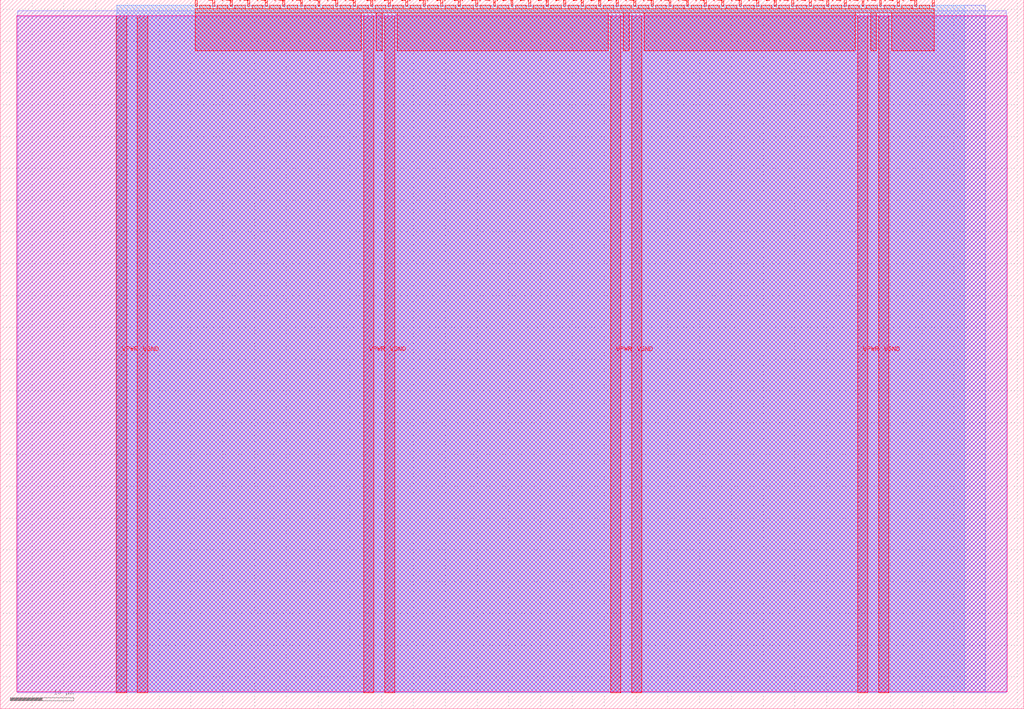
<source format=lef>
VERSION 5.7 ;
  NOWIREEXTENSIONATPIN ON ;
  DIVIDERCHAR "/" ;
  BUSBITCHARS "[]" ;
MACRO tt_um_algofoogle_tt09_ring_osc3
  CLASS BLOCK ;
  FOREIGN tt_um_algofoogle_tt09_ring_osc3 ;
  ORIGIN 0.000 0.000 ;
  SIZE 161.000 BY 111.520 ;
  PIN VGND
    DIRECTION INOUT ;
    USE GROUND ;
    PORT
      LAYER met4 ;
        RECT 21.580 2.480 23.180 109.040 ;
    END
    PORT
      LAYER met4 ;
        RECT 60.450 2.480 62.050 109.040 ;
    END
    PORT
      LAYER met4 ;
        RECT 99.320 2.480 100.920 109.040 ;
    END
    PORT
      LAYER met4 ;
        RECT 138.190 2.480 139.790 109.040 ;
    END
  END VGND
  PIN VPWR
    DIRECTION INOUT ;
    USE POWER ;
    PORT
      LAYER met4 ;
        RECT 18.280 2.480 19.880 109.040 ;
    END
    PORT
      LAYER met4 ;
        RECT 57.150 2.480 58.750 109.040 ;
    END
    PORT
      LAYER met4 ;
        RECT 96.020 2.480 97.620 109.040 ;
    END
    PORT
      LAYER met4 ;
        RECT 134.890 2.480 136.490 109.040 ;
    END
  END VPWR
  PIN clk
    DIRECTION INPUT ;
    USE SIGNAL ;
    PORT
      LAYER met4 ;
        RECT 143.830 110.520 144.130 111.520 ;
    END
  END clk
  PIN ena
    DIRECTION INPUT ;
    USE SIGNAL ;
    ANTENNAGATEAREA 0.196500 ;
    PORT
      LAYER met4 ;
        RECT 146.590 110.520 146.890 111.520 ;
    END
  END ena
  PIN rst_n
    DIRECTION INPUT ;
    USE SIGNAL ;
    ANTENNAGATEAREA 0.196500 ;
    PORT
      LAYER met4 ;
        RECT 141.070 110.520 141.370 111.520 ;
    END
  END rst_n
  PIN ui_in[0]
    DIRECTION INPUT ;
    USE SIGNAL ;
    ANTENNAGATEAREA 0.213000 ;
    PORT
      LAYER met4 ;
        RECT 138.310 110.520 138.610 111.520 ;
    END
  END ui_in[0]
  PIN ui_in[1]
    DIRECTION INPUT ;
    USE SIGNAL ;
    ANTENNAGATEAREA 0.213000 ;
    PORT
      LAYER met4 ;
        RECT 135.550 110.520 135.850 111.520 ;
    END
  END ui_in[1]
  PIN ui_in[2]
    DIRECTION INPUT ;
    USE SIGNAL ;
    ANTENNAGATEAREA 0.213000 ;
    PORT
      LAYER met4 ;
        RECT 132.790 110.520 133.090 111.520 ;
    END
  END ui_in[2]
  PIN ui_in[3]
    DIRECTION INPUT ;
    USE SIGNAL ;
    ANTENNAGATEAREA 0.196500 ;
    PORT
      LAYER met4 ;
        RECT 130.030 110.520 130.330 111.520 ;
    END
  END ui_in[3]
  PIN ui_in[4]
    DIRECTION INPUT ;
    USE SIGNAL ;
    ANTENNAGATEAREA 0.196500 ;
    PORT
      LAYER met4 ;
        RECT 127.270 110.520 127.570 111.520 ;
    END
  END ui_in[4]
  PIN ui_in[5]
    DIRECTION INPUT ;
    USE SIGNAL ;
    ANTENNAGATEAREA 0.196500 ;
    PORT
      LAYER met4 ;
        RECT 124.510 110.520 124.810 111.520 ;
    END
  END ui_in[5]
  PIN ui_in[6]
    DIRECTION INPUT ;
    USE SIGNAL ;
    ANTENNAGATEAREA 0.196500 ;
    PORT
      LAYER met4 ;
        RECT 121.750 110.520 122.050 111.520 ;
    END
  END ui_in[6]
  PIN ui_in[7]
    DIRECTION INPUT ;
    USE SIGNAL ;
    ANTENNAGATEAREA 0.196500 ;
    PORT
      LAYER met4 ;
        RECT 118.990 110.520 119.290 111.520 ;
    END
  END ui_in[7]
  PIN uio_in[0]
    DIRECTION INPUT ;
    USE SIGNAL ;
    ANTENNAGATEAREA 0.196500 ;
    PORT
      LAYER met4 ;
        RECT 116.230 110.520 116.530 111.520 ;
    END
  END uio_in[0]
  PIN uio_in[1]
    DIRECTION INPUT ;
    USE SIGNAL ;
    ANTENNAGATEAREA 0.196500 ;
    PORT
      LAYER met4 ;
        RECT 113.470 110.520 113.770 111.520 ;
    END
  END uio_in[1]
  PIN uio_in[2]
    DIRECTION INPUT ;
    USE SIGNAL ;
    ANTENNAGATEAREA 0.196500 ;
    PORT
      LAYER met4 ;
        RECT 110.710 110.520 111.010 111.520 ;
    END
  END uio_in[2]
  PIN uio_in[3]
    DIRECTION INPUT ;
    USE SIGNAL ;
    ANTENNAGATEAREA 0.196500 ;
    PORT
      LAYER met4 ;
        RECT 107.950 110.520 108.250 111.520 ;
    END
  END uio_in[3]
  PIN uio_in[4]
    DIRECTION INPUT ;
    USE SIGNAL ;
    ANTENNAGATEAREA 0.196500 ;
    PORT
      LAYER met4 ;
        RECT 105.190 110.520 105.490 111.520 ;
    END
  END uio_in[4]
  PIN uio_in[5]
    DIRECTION INPUT ;
    USE SIGNAL ;
    ANTENNAGATEAREA 0.196500 ;
    PORT
      LAYER met4 ;
        RECT 102.430 110.520 102.730 111.520 ;
    END
  END uio_in[5]
  PIN uio_in[6]
    DIRECTION INPUT ;
    USE SIGNAL ;
    ANTENNAGATEAREA 0.196500 ;
    PORT
      LAYER met4 ;
        RECT 99.670 110.520 99.970 111.520 ;
    END
  END uio_in[6]
  PIN uio_in[7]
    DIRECTION INPUT ;
    USE SIGNAL ;
    ANTENNAGATEAREA 0.196500 ;
    PORT
      LAYER met4 ;
        RECT 96.910 110.520 97.210 111.520 ;
    END
  END uio_in[7]
  PIN uio_oe[0]
    DIRECTION OUTPUT ;
    USE SIGNAL ;
    PORT
      LAYER met4 ;
        RECT 49.990 110.520 50.290 111.520 ;
    END
  END uio_oe[0]
  PIN uio_oe[1]
    DIRECTION OUTPUT ;
    USE SIGNAL ;
    PORT
      LAYER met4 ;
        RECT 47.230 110.520 47.530 111.520 ;
    END
  END uio_oe[1]
  PIN uio_oe[2]
    DIRECTION OUTPUT ;
    USE SIGNAL ;
    PORT
      LAYER met4 ;
        RECT 44.470 110.520 44.770 111.520 ;
    END
  END uio_oe[2]
  PIN uio_oe[3]
    DIRECTION OUTPUT ;
    USE SIGNAL ;
    PORT
      LAYER met4 ;
        RECT 41.710 110.520 42.010 111.520 ;
    END
  END uio_oe[3]
  PIN uio_oe[4]
    DIRECTION OUTPUT ;
    USE SIGNAL ;
    PORT
      LAYER met4 ;
        RECT 38.950 110.520 39.250 111.520 ;
    END
  END uio_oe[4]
  PIN uio_oe[5]
    DIRECTION OUTPUT ;
    USE SIGNAL ;
    PORT
      LAYER met4 ;
        RECT 36.190 110.520 36.490 111.520 ;
    END
  END uio_oe[5]
  PIN uio_oe[6]
    DIRECTION OUTPUT ;
    USE SIGNAL ;
    PORT
      LAYER met4 ;
        RECT 33.430 110.520 33.730 111.520 ;
    END
  END uio_oe[6]
  PIN uio_oe[7]
    DIRECTION OUTPUT ;
    USE SIGNAL ;
    PORT
      LAYER met4 ;
        RECT 30.670 110.520 30.970 111.520 ;
    END
  END uio_oe[7]
  PIN uio_out[0]
    DIRECTION OUTPUT ;
    USE SIGNAL ;
    ANTENNADIFFAREA 0.445500 ;
    PORT
      LAYER met4 ;
        RECT 72.070 110.520 72.370 111.520 ;
    END
  END uio_out[0]
  PIN uio_out[1]
    DIRECTION OUTPUT ;
    USE SIGNAL ;
    PORT
      LAYER met4 ;
        RECT 69.310 110.520 69.610 111.520 ;
    END
  END uio_out[1]
  PIN uio_out[2]
    DIRECTION OUTPUT ;
    USE SIGNAL ;
    PORT
      LAYER met4 ;
        RECT 66.550 110.520 66.850 111.520 ;
    END
  END uio_out[2]
  PIN uio_out[3]
    DIRECTION OUTPUT ;
    USE SIGNAL ;
    PORT
      LAYER met4 ;
        RECT 63.790 110.520 64.090 111.520 ;
    END
  END uio_out[3]
  PIN uio_out[4]
    DIRECTION OUTPUT ;
    USE SIGNAL ;
    PORT
      LAYER met4 ;
        RECT 61.030 110.520 61.330 111.520 ;
    END
  END uio_out[4]
  PIN uio_out[5]
    DIRECTION OUTPUT ;
    USE SIGNAL ;
    PORT
      LAYER met4 ;
        RECT 58.270 110.520 58.570 111.520 ;
    END
  END uio_out[5]
  PIN uio_out[6]
    DIRECTION OUTPUT ;
    USE SIGNAL ;
    PORT
      LAYER met4 ;
        RECT 55.510 110.520 55.810 111.520 ;
    END
  END uio_out[6]
  PIN uio_out[7]
    DIRECTION OUTPUT ;
    USE SIGNAL ;
    PORT
      LAYER met4 ;
        RECT 52.750 110.520 53.050 111.520 ;
    END
  END uio_out[7]
  PIN uo_out[0]
    DIRECTION OUTPUT ;
    USE SIGNAL ;
    ANTENNADIFFAREA 0.445500 ;
    PORT
      LAYER met4 ;
        RECT 94.150 110.520 94.450 111.520 ;
    END
  END uo_out[0]
  PIN uo_out[1]
    DIRECTION OUTPUT ;
    USE SIGNAL ;
    ANTENNAGATEAREA 1.363500 ;
    ANTENNADIFFAREA 0.891000 ;
    PORT
      LAYER met4 ;
        RECT 91.390 110.520 91.690 111.520 ;
    END
  END uo_out[1]
  PIN uo_out[2]
    DIRECTION OUTPUT ;
    USE SIGNAL ;
    ANTENNAGATEAREA 0.868500 ;
    ANTENNADIFFAREA 0.891000 ;
    PORT
      LAYER met4 ;
        RECT 88.630 110.520 88.930 111.520 ;
    END
  END uo_out[2]
  PIN uo_out[3]
    DIRECTION OUTPUT ;
    USE SIGNAL ;
    ANTENNAGATEAREA 0.373500 ;
    ANTENNADIFFAREA 0.445500 ;
    PORT
      LAYER met4 ;
        RECT 85.870 110.520 86.170 111.520 ;
    END
  END uo_out[3]
  PIN uo_out[4]
    DIRECTION OUTPUT ;
    USE SIGNAL ;
    ANTENNAGATEAREA 0.373500 ;
    ANTENNADIFFAREA 0.891000 ;
    PORT
      LAYER met4 ;
        RECT 83.110 110.520 83.410 111.520 ;
    END
  END uo_out[4]
  PIN uo_out[5]
    DIRECTION OUTPUT ;
    USE SIGNAL ;
    ANTENNAGATEAREA 0.868500 ;
    ANTENNADIFFAREA 0.891000 ;
    PORT
      LAYER met4 ;
        RECT 80.350 110.520 80.650 111.520 ;
    END
  END uo_out[5]
  PIN uo_out[6]
    DIRECTION OUTPUT ;
    USE SIGNAL ;
    ANTENNAGATEAREA 0.373500 ;
    ANTENNADIFFAREA 0.891000 ;
    PORT
      LAYER met4 ;
        RECT 77.590 110.520 77.890 111.520 ;
    END
  END uo_out[6]
  PIN uo_out[7]
    DIRECTION OUTPUT ;
    USE SIGNAL ;
    ANTENNAGATEAREA 0.495000 ;
    ANTENNADIFFAREA 0.891000 ;
    PORT
      LAYER met4 ;
        RECT 74.830 110.520 75.130 111.520 ;
    END
  END uo_out[7]
  OBS
      LAYER nwell ;
        RECT 2.570 2.635 158.430 108.990 ;
      LAYER li1 ;
        RECT 2.760 2.635 158.240 108.885 ;
      LAYER met1 ;
        RECT 2.760 2.480 158.240 109.780 ;
      LAYER met2 ;
        RECT 18.310 2.535 154.920 110.685 ;
      LAYER met3 ;
        RECT 18.290 2.555 151.735 110.665 ;
      LAYER met4 ;
        RECT 31.370 110.120 33.030 110.665 ;
        RECT 34.130 110.120 35.790 110.665 ;
        RECT 36.890 110.120 38.550 110.665 ;
        RECT 39.650 110.120 41.310 110.665 ;
        RECT 42.410 110.120 44.070 110.665 ;
        RECT 45.170 110.120 46.830 110.665 ;
        RECT 47.930 110.120 49.590 110.665 ;
        RECT 50.690 110.120 52.350 110.665 ;
        RECT 53.450 110.120 55.110 110.665 ;
        RECT 56.210 110.120 57.870 110.665 ;
        RECT 58.970 110.120 60.630 110.665 ;
        RECT 61.730 110.120 63.390 110.665 ;
        RECT 64.490 110.120 66.150 110.665 ;
        RECT 67.250 110.120 68.910 110.665 ;
        RECT 70.010 110.120 71.670 110.665 ;
        RECT 72.770 110.120 74.430 110.665 ;
        RECT 75.530 110.120 77.190 110.665 ;
        RECT 78.290 110.120 79.950 110.665 ;
        RECT 81.050 110.120 82.710 110.665 ;
        RECT 83.810 110.120 85.470 110.665 ;
        RECT 86.570 110.120 88.230 110.665 ;
        RECT 89.330 110.120 90.990 110.665 ;
        RECT 92.090 110.120 93.750 110.665 ;
        RECT 94.850 110.120 96.510 110.665 ;
        RECT 97.610 110.120 99.270 110.665 ;
        RECT 100.370 110.120 102.030 110.665 ;
        RECT 103.130 110.120 104.790 110.665 ;
        RECT 105.890 110.120 107.550 110.665 ;
        RECT 108.650 110.120 110.310 110.665 ;
        RECT 111.410 110.120 113.070 110.665 ;
        RECT 114.170 110.120 115.830 110.665 ;
        RECT 116.930 110.120 118.590 110.665 ;
        RECT 119.690 110.120 121.350 110.665 ;
        RECT 122.450 110.120 124.110 110.665 ;
        RECT 125.210 110.120 126.870 110.665 ;
        RECT 127.970 110.120 129.630 110.665 ;
        RECT 130.730 110.120 132.390 110.665 ;
        RECT 133.490 110.120 135.150 110.665 ;
        RECT 136.250 110.120 137.910 110.665 ;
        RECT 139.010 110.120 140.670 110.665 ;
        RECT 141.770 110.120 143.430 110.665 ;
        RECT 144.530 110.120 146.190 110.665 ;
        RECT 30.655 109.440 146.905 110.120 ;
        RECT 30.655 103.535 56.750 109.440 ;
        RECT 59.150 103.535 60.050 109.440 ;
        RECT 62.450 103.535 95.620 109.440 ;
        RECT 98.020 103.535 98.920 109.440 ;
        RECT 101.320 103.535 134.490 109.440 ;
        RECT 136.890 103.535 137.790 109.440 ;
        RECT 140.190 103.535 146.905 109.440 ;
  END
END tt_um_algofoogle_tt09_ring_osc3
END LIBRARY


</source>
